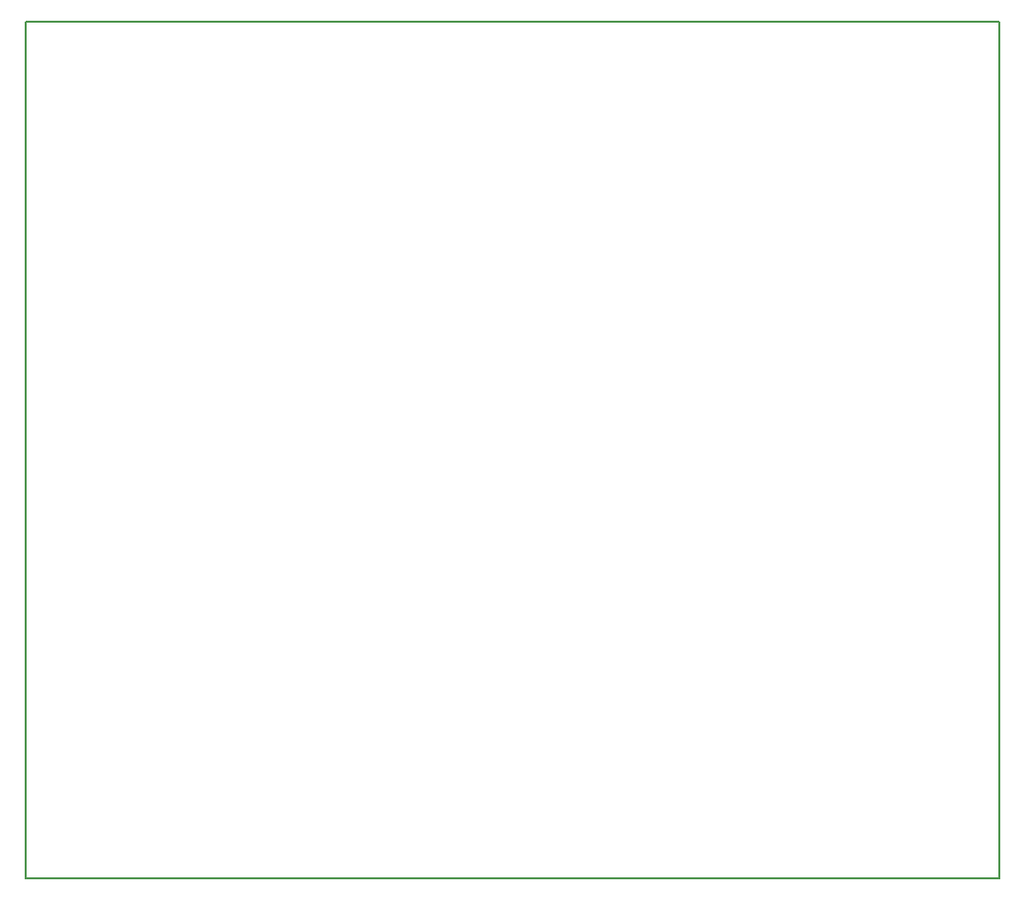
<source format=gbr>
G04 DipTrace 3.3.1.3*
G04 BoardOutline.gbr*
%MOIN*%
G04 #@! TF.FileFunction,Profile*
G04 #@! TF.Part,Single*
%ADD11C,0.005512*%
%FSLAX26Y26*%
G04*
G70*
G90*
G75*
G01*
G04 BoardOutline*
%LPD*%
X393701Y393701D2*
D11*
Y3287402D1*
X3681102D1*
Y393701D1*
X393701D1*
M02*

</source>
